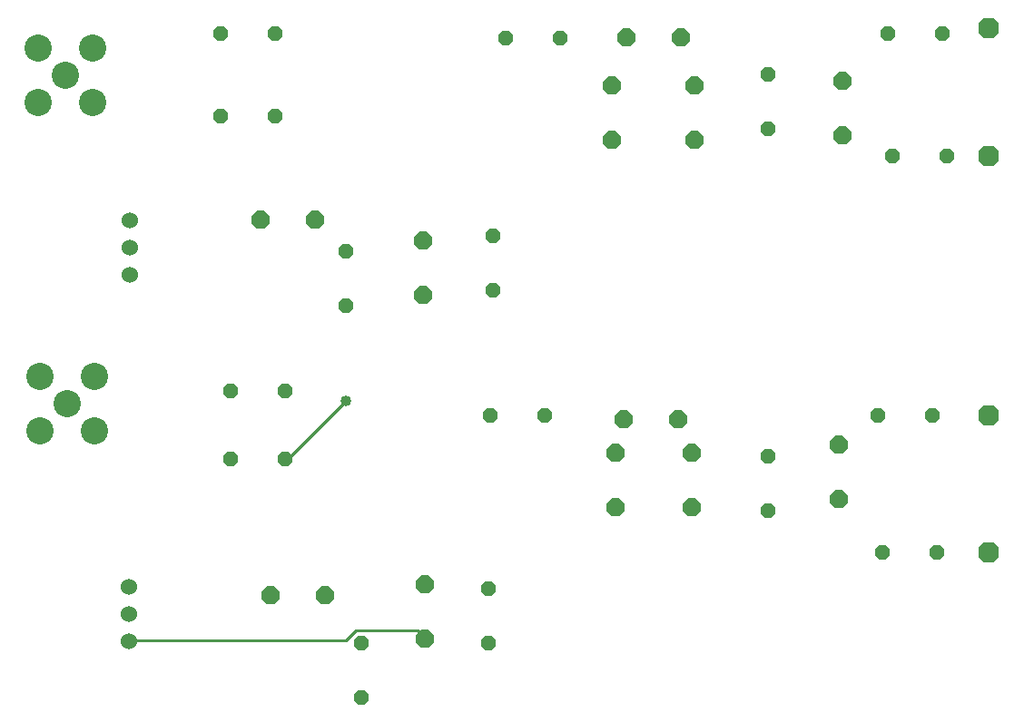
<source format=gbl>
G75*
%MOIN*%
%OFA0B0*%
%FSLAX25Y25*%
%IPPOS*%
%LPD*%
%AMOC8*
5,1,8,0,0,1.08239X$1,22.5*
%
%ADD10C,0.10000*%
%ADD11OC8,0.06600*%
%ADD12C,0.06000*%
%ADD13OC8,0.07600*%
%ADD14OC8,0.05200*%
%ADD15C,0.01000*%
%ADD16C,0.04000*%
D10*
X0035704Y0120400D03*
X0045704Y0130400D03*
X0055704Y0120400D03*
X0055704Y0140400D03*
X0035704Y0140400D03*
X0034904Y0241000D03*
X0044904Y0251000D03*
X0054904Y0241000D03*
X0054904Y0261000D03*
X0034904Y0261000D03*
D11*
X0116504Y0198000D03*
X0136504Y0198000D03*
X0176279Y0190275D03*
X0176279Y0170275D03*
X0249804Y0124500D03*
X0247054Y0112250D03*
X0269804Y0124500D03*
X0274804Y0112250D03*
X0274804Y0092250D03*
X0247054Y0092250D03*
X0177054Y0064000D03*
X0177054Y0044000D03*
X0140304Y0060000D03*
X0120304Y0060000D03*
X0328879Y0095125D03*
X0328879Y0115125D03*
X0330304Y0228800D03*
X0330304Y0248800D03*
X0276079Y0247125D03*
X0270804Y0265000D03*
X0250804Y0265000D03*
X0245529Y0247125D03*
X0245529Y0227125D03*
X0276079Y0227125D03*
D12*
X0068304Y0043000D03*
X0068304Y0053000D03*
X0068304Y0063000D03*
X0068704Y0177600D03*
X0068704Y0187600D03*
X0068704Y0197600D03*
D13*
X0383904Y0221400D03*
X0383904Y0268200D03*
X0383904Y0126000D03*
X0383904Y0075600D03*
D14*
X0365104Y0075600D03*
X0345104Y0075600D03*
X0302904Y0090800D03*
X0302904Y0110800D03*
X0343304Y0126000D03*
X0363304Y0126000D03*
X0368704Y0221400D03*
X0348704Y0221400D03*
X0302904Y0231200D03*
X0302904Y0251200D03*
X0346904Y0266400D03*
X0366904Y0266400D03*
X0226504Y0264600D03*
X0206504Y0264600D03*
X0122104Y0266400D03*
X0102104Y0266400D03*
X0102104Y0235800D03*
X0122104Y0235800D03*
X0148104Y0186400D03*
X0148104Y0166400D03*
X0125704Y0135000D03*
X0105704Y0135000D03*
X0105704Y0109800D03*
X0125704Y0109800D03*
X0201104Y0126000D03*
X0221104Y0126000D03*
X0202104Y0171800D03*
X0202104Y0191800D03*
X0200304Y0062200D03*
X0200304Y0042200D03*
X0153504Y0042400D03*
X0153504Y0022400D03*
D15*
X0148104Y0043200D02*
X0151704Y0046800D01*
X0174204Y0046800D01*
X0176904Y0044100D01*
X0177054Y0044000D01*
X0148104Y0043200D02*
X0068904Y0043200D01*
X0068304Y0043000D01*
X0125704Y0109800D02*
X0126504Y0109800D01*
X0148104Y0131400D01*
D16*
X0148104Y0131400D03*
M02*

</source>
